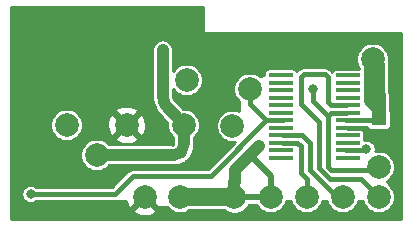
<source format=gbr>
G04 #@! TF.GenerationSoftware,KiCad,Pcbnew,5.1.5+dfsg1-2build2*
G04 #@! TF.CreationDate,2022-03-31T21:51:16+01:00*
G04 #@! TF.ProjectId,throwie,7468726f-7769-4652-9e6b-696361645f70,rev?*
G04 #@! TF.SameCoordinates,Original*
G04 #@! TF.FileFunction,Copper,L1,Top*
G04 #@! TF.FilePolarity,Positive*
%FSLAX46Y46*%
G04 Gerber Fmt 4.6, Leading zero omitted, Abs format (unit mm)*
G04 Created by KiCad (PCBNEW 5.1.5+dfsg1-2build2) date 2022-03-31 21:51:16*
%MOMM*%
%LPD*%
G04 APERTURE LIST*
%ADD10C,1.000000*%
%ADD11R,2.000000X0.400000*%
%ADD12C,2.000000*%
%ADD13R,1.300000X1.100000*%
%ADD14C,0.800000*%
%ADD15C,0.250000*%
%ADD16C,0.500000*%
%ADD17C,0.750000*%
%ADD18C,0.400000*%
%ADD19C,1.500000*%
%ADD20C,0.254000*%
G04 APERTURE END LIST*
D10*
X35560000Y-156718000D02*
G75*
G02X34798000Y-157480000I-762000J0D01*
G01*
X34374421Y-153664684D02*
X35560000Y-154940000D01*
X33782000Y-148590000D02*
X33782000Y-152400000D01*
X34374421Y-153664684D02*
G75*
G02X33782000Y-152400000I1053694J1264684D01*
G01*
D11*
X43776000Y-157734000D03*
X43776000Y-157099000D03*
X43776000Y-156464000D03*
X43776000Y-155829000D03*
X43776000Y-155194000D03*
X43776000Y-154559000D03*
X43776000Y-153924000D03*
X43776000Y-153289000D03*
X43776000Y-152654000D03*
X43776000Y-152019000D03*
X43776000Y-151384000D03*
X43776000Y-150734000D03*
X49476000Y-150749000D03*
X49476000Y-151384000D03*
X49476000Y-152019000D03*
X49476000Y-152654000D03*
X49476000Y-153289000D03*
X49476000Y-153924000D03*
X49476000Y-154559000D03*
X49476000Y-155194000D03*
X49476000Y-155829000D03*
X49476000Y-156464000D03*
X49476000Y-157099000D03*
X49476000Y-157734000D03*
D12*
X41148000Y-149352000D03*
X22606000Y-158496000D03*
X51562000Y-149352000D03*
X42926000Y-161036000D03*
X41148000Y-151892000D03*
X25654000Y-154940000D03*
X28194000Y-157480000D03*
X30734000Y-154940000D03*
X52070000Y-161036000D03*
X52070000Y-158496000D03*
X49022000Y-161036000D03*
X45974000Y-161036000D03*
X35814000Y-151130000D03*
X39703087Y-155019087D03*
X35560000Y-154940000D03*
X39861823Y-161083640D03*
X32258000Y-161036000D03*
X35258000Y-161036000D03*
D13*
X52070000Y-155956000D03*
X52070000Y-154456000D03*
D14*
X23622000Y-146558000D03*
X24638000Y-146558000D03*
X25654000Y-146558000D03*
X26670000Y-146558000D03*
X28194000Y-154940000D03*
X22606000Y-146558000D03*
X53340000Y-156996058D03*
X36576000Y-153162000D03*
X38608000Y-153162000D03*
X37592000Y-153162000D03*
X37592000Y-156718000D03*
X38608000Y-156718000D03*
X35814000Y-147574000D03*
X35814000Y-148590000D03*
X24384000Y-151384000D03*
X24384000Y-152400000D03*
X21844000Y-162560000D03*
X53340000Y-155956000D03*
X22860000Y-162560000D03*
X23876000Y-162560000D03*
X41148000Y-147574000D03*
X42164000Y-147574000D03*
X43180000Y-147574000D03*
X44196000Y-147574000D03*
X45212000Y-147574000D03*
X46228000Y-147574000D03*
X47244000Y-147574000D03*
X48260000Y-147574000D03*
X49276000Y-147574000D03*
X50292000Y-147574000D03*
X51308000Y-147574000D03*
X52324000Y-147574000D03*
X53340000Y-147574000D03*
X36576000Y-162560000D03*
X37592000Y-162560000D03*
X38608000Y-162560000D03*
X41910000Y-156718000D03*
X41148000Y-157480000D03*
X51816000Y-150876000D03*
X51816000Y-152400000D03*
X51308000Y-151638000D03*
X33782000Y-148590000D03*
X51049396Y-156977862D03*
X22606000Y-160782000D03*
X46482000Y-151892000D03*
D15*
X38608000Y-151384000D02*
X35814000Y-148590000D01*
X38608000Y-153162000D02*
X38608000Y-151384000D01*
X22606000Y-149606000D02*
X24384000Y-151384000D01*
X22606000Y-146558000D02*
X22606000Y-149606000D01*
X24384000Y-152400000D02*
X24384000Y-151384000D01*
D16*
X52070000Y-155956000D02*
X53340000Y-155956000D01*
D17*
X53340000Y-147574000D02*
X41148000Y-147574000D01*
X38608000Y-150114000D02*
X41148000Y-147574000D01*
X38608000Y-151384000D02*
X38608000Y-150114000D01*
D15*
X23005999Y-146957999D02*
X22606000Y-146558000D01*
X28194000Y-152146000D02*
X23005999Y-146957999D01*
D18*
X24638000Y-158496000D02*
X22606000Y-158496000D01*
X28194000Y-154940000D02*
X24638000Y-158496000D01*
X30988000Y-147320000D02*
X30988000Y-149606000D01*
D15*
X28194000Y-152400000D02*
X28194000Y-152146000D01*
D18*
X30988000Y-149606000D02*
X28194000Y-152400000D01*
D15*
X28194000Y-154940000D02*
X28194000Y-152400000D01*
D18*
X41148000Y-149352000D02*
X41148000Y-147574000D01*
X51781999Y-155956000D02*
X52070000Y-155956000D01*
X51019999Y-155194000D02*
X51781999Y-155956000D01*
X49476000Y-155194000D02*
X51019999Y-155194000D01*
X35099640Y-161083640D02*
X35147280Y-161036000D01*
X35147280Y-161036000D02*
X35147280Y-160940720D01*
X35147280Y-160940720D02*
X35306000Y-160782000D01*
X35306000Y-160782000D02*
X35306000Y-161036000D01*
X40386000Y-160782000D02*
X40132000Y-160782000D01*
X40132000Y-160782000D02*
X39878000Y-161036000D01*
D19*
X35258000Y-161036000D02*
X39878000Y-161036000D01*
D10*
X39861823Y-161083640D02*
X39861823Y-159782177D01*
X39861823Y-159782177D02*
X39878000Y-159766000D01*
X39878000Y-159766000D02*
X39878000Y-158750000D01*
D18*
X43180000Y-160782000D02*
X42926000Y-161036000D01*
X42926000Y-161036000D02*
X42418000Y-161036000D01*
D16*
X42878360Y-161083640D02*
X42926000Y-161036000D01*
X39861823Y-161083640D02*
X42878360Y-161083640D01*
X42926000Y-159258000D02*
X41148000Y-157480000D01*
X42926000Y-161036000D02*
X42926000Y-159258000D01*
D10*
X41910000Y-156718000D02*
X39878000Y-158750000D01*
D18*
X49276000Y-154559000D02*
X51943000Y-154559000D01*
X51943000Y-154559000D02*
X52070000Y-154432000D01*
D17*
X52070000Y-154178000D02*
X52070000Y-154432000D01*
X51854000Y-151892000D02*
X51816000Y-151892000D01*
X51854000Y-153962000D02*
X52070000Y-154178000D01*
X51816000Y-152908000D02*
X51816000Y-153416000D01*
X51816000Y-153416000D02*
X51854000Y-153962000D01*
X51854000Y-151892000D02*
X51816000Y-153416000D01*
X52253999Y-152291999D02*
X52253999Y-153994001D01*
X51854000Y-151892000D02*
X52253999Y-152291999D01*
X52253999Y-153994001D02*
X52070000Y-154178000D01*
D10*
X52070000Y-150114000D02*
X51816000Y-149860000D01*
X52070000Y-154456000D02*
X52070000Y-150114000D01*
X51816000Y-152146000D02*
X51308000Y-151638000D01*
X51816000Y-152400000D02*
X51816000Y-152146000D01*
X51816000Y-151130000D02*
X51308000Y-151638000D01*
X51816000Y-150876000D02*
X51816000Y-151130000D01*
X51308000Y-149606000D02*
X51562000Y-149352000D01*
X51308000Y-151638000D02*
X51308000Y-149606000D01*
X51308000Y-152908000D02*
X51816000Y-153416000D01*
X51308000Y-151638000D02*
X51308000Y-152908000D01*
X52070000Y-149860000D02*
X51562000Y-149352000D01*
X52070000Y-154456000D02*
X52070000Y-149860000D01*
X28194000Y-157480000D02*
X34544000Y-157480000D01*
X35560000Y-156464000D02*
X35560000Y-154686000D01*
D15*
X33782000Y-153162000D02*
X33782000Y-148590000D01*
X35560000Y-154940000D02*
X33782000Y-153162000D01*
X34544000Y-157480000D02*
X35560000Y-157480000D01*
X35560000Y-157480000D02*
X35560000Y-156464000D01*
D18*
X50928258Y-157099000D02*
X51049396Y-156977862D01*
X49276000Y-157099000D02*
X50928258Y-157099000D01*
X29718000Y-160782000D02*
X22606000Y-160782000D01*
X31242000Y-159258000D02*
X29718000Y-160782000D01*
X37846000Y-159258000D02*
X31242000Y-159258000D01*
X42545000Y-154559000D02*
X37846000Y-159258000D01*
X43976000Y-154559000D02*
X42545000Y-154559000D01*
X41148000Y-153162000D02*
X41148000Y-151892000D01*
X42545000Y-154559000D02*
X41148000Y-153162000D01*
X48076000Y-153924000D02*
X47822000Y-154178000D01*
X49276000Y-153924000D02*
X48076000Y-153924000D01*
X51816000Y-158750000D02*
X52070000Y-158496000D01*
X47752000Y-154178000D02*
X47752000Y-158496000D01*
X47752000Y-158496000D02*
X48006000Y-158750000D01*
X46482000Y-152908000D02*
X47752000Y-154178000D01*
X48006000Y-158750000D02*
X51816000Y-158750000D01*
X46482000Y-151892000D02*
X46482000Y-152908000D01*
X45974000Y-159512000D02*
X45974000Y-161036000D01*
X45466000Y-156754000D02*
X45466000Y-159004000D01*
X45176000Y-156464000D02*
X45466000Y-156754000D01*
X45466000Y-159004000D02*
X45974000Y-159512000D01*
X43976000Y-156464000D02*
X45176000Y-156464000D01*
X48514000Y-161036000D02*
X49022000Y-161036000D01*
X46228000Y-158750000D02*
X48514000Y-161036000D01*
X46228000Y-156464000D02*
X46228000Y-158750000D01*
X45593000Y-155829000D02*
X46228000Y-156464000D01*
X43976000Y-155829000D02*
X45593000Y-155829000D01*
X47752000Y-152965000D02*
X48076000Y-153289000D01*
X45466000Y-150876000D02*
X45720000Y-150622000D01*
X45466000Y-153162000D02*
X45466000Y-150876000D01*
X45720000Y-150622000D02*
X47498000Y-150622000D01*
X46990000Y-154686000D02*
X45466000Y-153162000D01*
X48076000Y-153289000D02*
X49276000Y-153289000D01*
X46990000Y-158582542D02*
X46990000Y-154686000D01*
X47752000Y-150876000D02*
X47752000Y-152965000D01*
X47498000Y-150622000D02*
X47752000Y-150876000D01*
X47919458Y-159512000D02*
X46990000Y-158582542D01*
X50546000Y-159512000D02*
X47919458Y-159512000D01*
X52070000Y-161036000D02*
X50546000Y-159512000D01*
D20*
G36*
X37211000Y-147066000D02*
G01*
X37213440Y-147090776D01*
X37220667Y-147114601D01*
X37232403Y-147136557D01*
X37248197Y-147155803D01*
X37267443Y-147171597D01*
X37289399Y-147183333D01*
X37313224Y-147190560D01*
X37338000Y-147193000D01*
X53950000Y-147193000D01*
X53950001Y-162916000D01*
X20980000Y-162916000D01*
X20980000Y-160705078D01*
X21825000Y-160705078D01*
X21825000Y-160858922D01*
X21855013Y-161009809D01*
X21913887Y-161151942D01*
X21999358Y-161279859D01*
X22108141Y-161388642D01*
X22236058Y-161474113D01*
X22378191Y-161532987D01*
X22529078Y-161563000D01*
X22682922Y-161563000D01*
X22833809Y-161532987D01*
X22975942Y-161474113D01*
X23103859Y-161388642D01*
X23129501Y-161363000D01*
X29689460Y-161363000D01*
X29718000Y-161365811D01*
X29746540Y-161363000D01*
X29831896Y-161354593D01*
X29858845Y-161346418D01*
X29866403Y-161360557D01*
X29882197Y-161379803D01*
X29901443Y-161395597D01*
X29923399Y-161407333D01*
X29947224Y-161414560D01*
X29972000Y-161417000D01*
X30659946Y-161417000D01*
X30660039Y-161417675D01*
X30765205Y-161722088D01*
X30858186Y-161896044D01*
X31122587Y-161991808D01*
X31697395Y-161417000D01*
X32056605Y-161417000D01*
X31302192Y-162171413D01*
X31397956Y-162435814D01*
X31687571Y-162576704D01*
X31999108Y-162658384D01*
X32320595Y-162677718D01*
X32639675Y-162633961D01*
X32944088Y-162528795D01*
X33118044Y-162435814D01*
X33213808Y-162171413D01*
X32459395Y-161417000D01*
X32818605Y-161417000D01*
X33393413Y-161991808D01*
X33577868Y-161925000D01*
X34193971Y-161925000D01*
X34377664Y-162108693D01*
X34603851Y-162259826D01*
X34855177Y-162363929D01*
X35121983Y-162417000D01*
X35394017Y-162417000D01*
X35660823Y-162363929D01*
X35912149Y-162259826D01*
X36051073Y-162167000D01*
X38997451Y-162167000D01*
X39207674Y-162307466D01*
X39459000Y-162411569D01*
X39725806Y-162464640D01*
X39997840Y-162464640D01*
X40264646Y-162411569D01*
X40515972Y-162307466D01*
X40742159Y-162156333D01*
X40934516Y-161963976D01*
X41085649Y-161737789D01*
X41095238Y-161714640D01*
X41718538Y-161714640D01*
X41853307Y-161916336D01*
X42045664Y-162108693D01*
X42271851Y-162259826D01*
X42523177Y-162363929D01*
X42789983Y-162417000D01*
X43062017Y-162417000D01*
X43328823Y-162363929D01*
X43580149Y-162259826D01*
X43806336Y-162108693D01*
X43998693Y-161916336D01*
X44149826Y-161690149D01*
X44253929Y-161438823D01*
X44258270Y-161417000D01*
X44641730Y-161417000D01*
X44646071Y-161438823D01*
X44750174Y-161690149D01*
X44901307Y-161916336D01*
X45093664Y-162108693D01*
X45319851Y-162259826D01*
X45571177Y-162363929D01*
X45837983Y-162417000D01*
X46110017Y-162417000D01*
X46376823Y-162363929D01*
X46628149Y-162259826D01*
X46854336Y-162108693D01*
X47046693Y-161916336D01*
X47197826Y-161690149D01*
X47301929Y-161438823D01*
X47306270Y-161417000D01*
X47689730Y-161417000D01*
X47694071Y-161438823D01*
X47798174Y-161690149D01*
X47949307Y-161916336D01*
X48141664Y-162108693D01*
X48367851Y-162259826D01*
X48619177Y-162363929D01*
X48885983Y-162417000D01*
X49158017Y-162417000D01*
X49424823Y-162363929D01*
X49676149Y-162259826D01*
X49902336Y-162108693D01*
X50094693Y-161916336D01*
X50245826Y-161690149D01*
X50349929Y-161438823D01*
X50354270Y-161417000D01*
X50737730Y-161417000D01*
X50742071Y-161438823D01*
X50846174Y-161690149D01*
X50997307Y-161916336D01*
X51189664Y-162108693D01*
X51415851Y-162259826D01*
X51667177Y-162363929D01*
X51933983Y-162417000D01*
X52206017Y-162417000D01*
X52472823Y-162363929D01*
X52724149Y-162259826D01*
X52950336Y-162108693D01*
X53142693Y-161916336D01*
X53293826Y-161690149D01*
X53397929Y-161438823D01*
X53451000Y-161172017D01*
X53451000Y-160899983D01*
X53397929Y-160633177D01*
X53293826Y-160381851D01*
X53142693Y-160155664D01*
X52950336Y-159963307D01*
X52831709Y-159884043D01*
X52811476Y-159661476D01*
X52950336Y-159568693D01*
X53142693Y-159376336D01*
X53293826Y-159150149D01*
X53397929Y-158898823D01*
X53451000Y-158632017D01*
X53451000Y-158359983D01*
X53397929Y-158093177D01*
X53293826Y-157841851D01*
X53142693Y-157615664D01*
X52950336Y-157423307D01*
X52724149Y-157272174D01*
X52472823Y-157168071D01*
X52206017Y-157115000D01*
X51933983Y-157115000D01*
X51813658Y-157138934D01*
X51830396Y-157054784D01*
X51830396Y-156900940D01*
X51800383Y-156750053D01*
X51741509Y-156607920D01*
X51656038Y-156480003D01*
X51547255Y-156371220D01*
X51419338Y-156285749D01*
X51277205Y-156226875D01*
X51126318Y-156196862D01*
X50972474Y-156196862D01*
X50854541Y-156220320D01*
X50851487Y-156189311D01*
X50838500Y-156146500D01*
X50851487Y-156103689D01*
X50858843Y-156029000D01*
X50858843Y-155629000D01*
X50851487Y-155554311D01*
X50829701Y-155482492D01*
X50794322Y-155416304D01*
X50746711Y-155358289D01*
X50688696Y-155310678D01*
X50622508Y-155275299D01*
X50550689Y-155253513D01*
X50476000Y-155246157D01*
X50419000Y-155246157D01*
X50419000Y-155141843D01*
X50476000Y-155141843D01*
X50494713Y-155140000D01*
X51062505Y-155140000D01*
X51066299Y-155152508D01*
X51101678Y-155218696D01*
X51149289Y-155276711D01*
X51207304Y-155324322D01*
X51273492Y-155359701D01*
X51345311Y-155381487D01*
X51420000Y-155388843D01*
X52720000Y-155388843D01*
X52794689Y-155381487D01*
X52866508Y-155359701D01*
X52932696Y-155324322D01*
X52990711Y-155276711D01*
X53038322Y-155218696D01*
X53073701Y-155152508D01*
X53095487Y-155080689D01*
X53102843Y-155006000D01*
X53102843Y-153906000D01*
X53095487Y-153831311D01*
X53073701Y-153759492D01*
X53038322Y-153693304D01*
X53009999Y-153658792D01*
X53009999Y-152329127D01*
X53013656Y-152291998D01*
X52999059Y-152143797D01*
X52996596Y-152135678D01*
X52955831Y-152001291D01*
X52951000Y-151992253D01*
X52951000Y-150157269D01*
X52955262Y-150113999D01*
X52951000Y-150070727D01*
X52951000Y-149903262D01*
X52955261Y-149859999D01*
X52951000Y-149816736D01*
X52951000Y-149816727D01*
X52938252Y-149687294D01*
X52917179Y-149617827D01*
X52943000Y-149488017D01*
X52943000Y-149215983D01*
X52889929Y-148949177D01*
X52785826Y-148697851D01*
X52634693Y-148471664D01*
X52442336Y-148279307D01*
X52216149Y-148128174D01*
X51964823Y-148024071D01*
X51698017Y-147971000D01*
X51425983Y-147971000D01*
X51159177Y-148024071D01*
X50907851Y-148128174D01*
X50681664Y-148279307D01*
X50489307Y-148471664D01*
X50338174Y-148697851D01*
X50234071Y-148949177D01*
X50181000Y-149215983D01*
X50181000Y-149488017D01*
X50234071Y-149754823D01*
X50338174Y-150006149D01*
X50427001Y-150139088D01*
X50427001Y-150166157D01*
X48476000Y-150166157D01*
X48401311Y-150173513D01*
X48329492Y-150195299D01*
X48263304Y-150230678D01*
X48205289Y-150278289D01*
X48157678Y-150336304D01*
X48122299Y-150402492D01*
X48117144Y-150419487D01*
X47929017Y-150231360D01*
X47910817Y-150209183D01*
X47822348Y-150136579D01*
X47721415Y-150082629D01*
X47611896Y-150049407D01*
X47526540Y-150041000D01*
X47498000Y-150038189D01*
X47469460Y-150041000D01*
X45748536Y-150041000D01*
X45719999Y-150038189D01*
X45691462Y-150041000D01*
X45691460Y-150041000D01*
X45606104Y-150049407D01*
X45496585Y-150082629D01*
X45395652Y-150136579D01*
X45307183Y-150209183D01*
X45288983Y-150231360D01*
X45130434Y-150389909D01*
X45129701Y-150387492D01*
X45094322Y-150321304D01*
X45046711Y-150263289D01*
X44988696Y-150215678D01*
X44922508Y-150180299D01*
X44850689Y-150158513D01*
X44776000Y-150151157D01*
X42776000Y-150151157D01*
X42701311Y-150158513D01*
X42629492Y-150180299D01*
X42563304Y-150215678D01*
X42505289Y-150263289D01*
X42457678Y-150321304D01*
X42422299Y-150387492D01*
X42400513Y-150459311D01*
X42393157Y-150534000D01*
X42393157Y-150717320D01*
X42023307Y-150815947D01*
X41802149Y-150668174D01*
X41550823Y-150564071D01*
X41284017Y-150511000D01*
X41011983Y-150511000D01*
X40745177Y-150564071D01*
X40493851Y-150668174D01*
X40267664Y-150819307D01*
X40075307Y-151011664D01*
X39924174Y-151237851D01*
X39820071Y-151489177D01*
X39767000Y-151755983D01*
X39767000Y-152028017D01*
X39820071Y-152294823D01*
X39924174Y-152546149D01*
X40075307Y-152772336D01*
X40259000Y-152956029D01*
X40259000Y-153754570D01*
X40105910Y-153691158D01*
X39839104Y-153638087D01*
X39567070Y-153638087D01*
X39300264Y-153691158D01*
X39048938Y-153795261D01*
X38822751Y-153946394D01*
X38630394Y-154138751D01*
X38479261Y-154364938D01*
X38375158Y-154616264D01*
X38322087Y-154883070D01*
X38322087Y-155155104D01*
X38375158Y-155421910D01*
X38479261Y-155673236D01*
X38630394Y-155899423D01*
X38822751Y-156091780D01*
X39048938Y-156242913D01*
X39300264Y-156347016D01*
X39567070Y-156400087D01*
X39839104Y-156400087D01*
X39892970Y-156389372D01*
X37605343Y-158677000D01*
X31270536Y-158677000D01*
X31241999Y-158674189D01*
X31213462Y-158677000D01*
X31213460Y-158677000D01*
X31128104Y-158685407D01*
X31018585Y-158718629D01*
X30917652Y-158772579D01*
X30829183Y-158845183D01*
X30810990Y-158867352D01*
X29477343Y-160201000D01*
X23129501Y-160201000D01*
X23103859Y-160175358D01*
X22975942Y-160089887D01*
X22833809Y-160031013D01*
X22682922Y-160001000D01*
X22529078Y-160001000D01*
X22378191Y-160031013D01*
X22236058Y-160089887D01*
X22108141Y-160175358D01*
X21999358Y-160284141D01*
X21913887Y-160412058D01*
X21855013Y-160554191D01*
X21825000Y-160705078D01*
X20980000Y-160705078D01*
X20980000Y-157343983D01*
X26813000Y-157343983D01*
X26813000Y-157616017D01*
X26866071Y-157882823D01*
X26970174Y-158134149D01*
X27121307Y-158360336D01*
X27313664Y-158552693D01*
X27539851Y-158703826D01*
X27791177Y-158807929D01*
X28057983Y-158861000D01*
X28330017Y-158861000D01*
X28596823Y-158807929D01*
X28848149Y-158703826D01*
X29074336Y-158552693D01*
X29266029Y-158361000D01*
X34587273Y-158361000D01*
X34686989Y-158351179D01*
X34711230Y-158356155D01*
X34746950Y-158356404D01*
X34788845Y-158360952D01*
X34801146Y-158360994D01*
X34806466Y-158360975D01*
X34844714Y-158357087D01*
X34883167Y-158357355D01*
X34895409Y-158356155D01*
X35043311Y-158340610D01*
X35121541Y-158324551D01*
X35199959Y-158309593D01*
X35211736Y-158306038D01*
X35353802Y-158262061D01*
X35427397Y-158231125D01*
X35501450Y-158201205D01*
X35512312Y-158195430D01*
X35643130Y-158124698D01*
X35709342Y-158080037D01*
X35776145Y-158036322D01*
X35785678Y-158028548D01*
X35900266Y-157933751D01*
X35956534Y-157877088D01*
X36013578Y-157821226D01*
X36021420Y-157811748D01*
X36115412Y-157696502D01*
X36159585Y-157630015D01*
X36204711Y-157564111D01*
X36210562Y-157553290D01*
X36280380Y-157421982D01*
X36310815Y-157348141D01*
X36342264Y-157274766D01*
X36345902Y-157263014D01*
X36388886Y-157120646D01*
X36404390Y-157042342D01*
X36420998Y-156964210D01*
X36422283Y-156951976D01*
X36436795Y-156803969D01*
X36436795Y-156632028D01*
X36431398Y-156604769D01*
X36441000Y-156507273D01*
X36441000Y-156012029D01*
X36632693Y-155820336D01*
X36783826Y-155594149D01*
X36887929Y-155342823D01*
X36941000Y-155076017D01*
X36941000Y-154803983D01*
X36887929Y-154537177D01*
X36783826Y-154285851D01*
X36632693Y-154059664D01*
X36440336Y-153867307D01*
X36214149Y-153716174D01*
X35962823Y-153612071D01*
X35696017Y-153559000D01*
X35479060Y-153559000D01*
X34990206Y-153033145D01*
X34980471Y-153024543D01*
X34836791Y-152878843D01*
X34755045Y-152754868D01*
X34698937Y-152617380D01*
X34666316Y-152449560D01*
X34663000Y-152379242D01*
X34663000Y-151893141D01*
X34741307Y-152010336D01*
X34933664Y-152202693D01*
X35159851Y-152353826D01*
X35411177Y-152457929D01*
X35677983Y-152511000D01*
X35950017Y-152511000D01*
X36216823Y-152457929D01*
X36468149Y-152353826D01*
X36694336Y-152202693D01*
X36886693Y-152010336D01*
X37037826Y-151784149D01*
X37141929Y-151532823D01*
X37195000Y-151266017D01*
X37195000Y-150993983D01*
X37141929Y-150727177D01*
X37037826Y-150475851D01*
X36886693Y-150249664D01*
X36694336Y-150057307D01*
X36468149Y-149906174D01*
X36216823Y-149802071D01*
X35950017Y-149749000D01*
X35677983Y-149749000D01*
X35411177Y-149802071D01*
X35159851Y-149906174D01*
X34933664Y-150057307D01*
X34741307Y-150249664D01*
X34663000Y-150366859D01*
X34663000Y-148546727D01*
X34650252Y-148417294D01*
X34599875Y-148251225D01*
X34518068Y-148098175D01*
X34407975Y-147964025D01*
X34273824Y-147853932D01*
X34120774Y-147772125D01*
X33954705Y-147721748D01*
X33782000Y-147704738D01*
X33609294Y-147721748D01*
X33443225Y-147772125D01*
X33290175Y-147853932D01*
X33156025Y-147964025D01*
X33045932Y-148098176D01*
X32964125Y-148251226D01*
X32913748Y-148417295D01*
X32901000Y-148546728D01*
X32901001Y-152443273D01*
X32903036Y-152463935D01*
X32909283Y-152596411D01*
X32917605Y-152653461D01*
X32922229Y-152710924D01*
X32924491Y-152723016D01*
X32985791Y-153038378D01*
X33008603Y-153114899D01*
X33030346Y-153191735D01*
X33034914Y-153203157D01*
X33156302Y-153500607D01*
X33193529Y-153571214D01*
X33229792Y-153642383D01*
X33236491Y-153652699D01*
X33413341Y-153920907D01*
X33463568Y-153982932D01*
X33512973Y-154045714D01*
X33521549Y-154054533D01*
X33738024Y-154274050D01*
X34188107Y-154758200D01*
X34179000Y-154803983D01*
X34179000Y-155076017D01*
X34232071Y-155342823D01*
X34336174Y-155594149D01*
X34487307Y-155820336D01*
X34679000Y-156012029D01*
X34679000Y-156507272D01*
X34688312Y-156601820D01*
X34686827Y-156608805D01*
X34587273Y-156599000D01*
X29266029Y-156599000D01*
X29074336Y-156407307D01*
X28848149Y-156256174D01*
X28596823Y-156152071D01*
X28330017Y-156099000D01*
X28057983Y-156099000D01*
X27791177Y-156152071D01*
X27539851Y-156256174D01*
X27313664Y-156407307D01*
X27121307Y-156599664D01*
X26970174Y-156825851D01*
X26866071Y-157077177D01*
X26813000Y-157343983D01*
X20980000Y-157343983D01*
X20980000Y-154803983D01*
X24273000Y-154803983D01*
X24273000Y-155076017D01*
X24326071Y-155342823D01*
X24430174Y-155594149D01*
X24581307Y-155820336D01*
X24773664Y-156012693D01*
X24999851Y-156163826D01*
X25251177Y-156267929D01*
X25517983Y-156321000D01*
X25790017Y-156321000D01*
X26056823Y-156267929D01*
X26308149Y-156163826D01*
X26440468Y-156075413D01*
X29778192Y-156075413D01*
X29873956Y-156339814D01*
X30163571Y-156480704D01*
X30475108Y-156562384D01*
X30796595Y-156581718D01*
X31115675Y-156537961D01*
X31420088Y-156432795D01*
X31594044Y-156339814D01*
X31689808Y-156075413D01*
X30734000Y-155119605D01*
X29778192Y-156075413D01*
X26440468Y-156075413D01*
X26534336Y-156012693D01*
X26726693Y-155820336D01*
X26877826Y-155594149D01*
X26981929Y-155342823D01*
X27035000Y-155076017D01*
X27035000Y-155002595D01*
X29092282Y-155002595D01*
X29136039Y-155321675D01*
X29241205Y-155626088D01*
X29334186Y-155800044D01*
X29598587Y-155895808D01*
X30554395Y-154940000D01*
X30913605Y-154940000D01*
X31869413Y-155895808D01*
X32133814Y-155800044D01*
X32274704Y-155510429D01*
X32356384Y-155198892D01*
X32375718Y-154877405D01*
X32331961Y-154558325D01*
X32226795Y-154253912D01*
X32133814Y-154079956D01*
X31869413Y-153984192D01*
X30913605Y-154940000D01*
X30554395Y-154940000D01*
X29598587Y-153984192D01*
X29334186Y-154079956D01*
X29193296Y-154369571D01*
X29111616Y-154681108D01*
X29092282Y-155002595D01*
X27035000Y-155002595D01*
X27035000Y-154803983D01*
X26981929Y-154537177D01*
X26877826Y-154285851D01*
X26726693Y-154059664D01*
X26534336Y-153867307D01*
X26440469Y-153804587D01*
X29778192Y-153804587D01*
X30734000Y-154760395D01*
X31689808Y-153804587D01*
X31594044Y-153540186D01*
X31304429Y-153399296D01*
X30992892Y-153317616D01*
X30671405Y-153298282D01*
X30352325Y-153342039D01*
X30047912Y-153447205D01*
X29873956Y-153540186D01*
X29778192Y-153804587D01*
X26440469Y-153804587D01*
X26308149Y-153716174D01*
X26056823Y-153612071D01*
X25790017Y-153559000D01*
X25517983Y-153559000D01*
X25251177Y-153612071D01*
X24999851Y-153716174D01*
X24773664Y-153867307D01*
X24581307Y-154059664D01*
X24430174Y-154285851D01*
X24326071Y-154537177D01*
X24273000Y-154803983D01*
X20980000Y-154803983D01*
X20980000Y-144932000D01*
X37211000Y-144932000D01*
X37211000Y-147066000D01*
G37*
X37211000Y-147066000D02*
X37213440Y-147090776D01*
X37220667Y-147114601D01*
X37232403Y-147136557D01*
X37248197Y-147155803D01*
X37267443Y-147171597D01*
X37289399Y-147183333D01*
X37313224Y-147190560D01*
X37338000Y-147193000D01*
X53950000Y-147193000D01*
X53950001Y-162916000D01*
X20980000Y-162916000D01*
X20980000Y-160705078D01*
X21825000Y-160705078D01*
X21825000Y-160858922D01*
X21855013Y-161009809D01*
X21913887Y-161151942D01*
X21999358Y-161279859D01*
X22108141Y-161388642D01*
X22236058Y-161474113D01*
X22378191Y-161532987D01*
X22529078Y-161563000D01*
X22682922Y-161563000D01*
X22833809Y-161532987D01*
X22975942Y-161474113D01*
X23103859Y-161388642D01*
X23129501Y-161363000D01*
X29689460Y-161363000D01*
X29718000Y-161365811D01*
X29746540Y-161363000D01*
X29831896Y-161354593D01*
X29858845Y-161346418D01*
X29866403Y-161360557D01*
X29882197Y-161379803D01*
X29901443Y-161395597D01*
X29923399Y-161407333D01*
X29947224Y-161414560D01*
X29972000Y-161417000D01*
X30659946Y-161417000D01*
X30660039Y-161417675D01*
X30765205Y-161722088D01*
X30858186Y-161896044D01*
X31122587Y-161991808D01*
X31697395Y-161417000D01*
X32056605Y-161417000D01*
X31302192Y-162171413D01*
X31397956Y-162435814D01*
X31687571Y-162576704D01*
X31999108Y-162658384D01*
X32320595Y-162677718D01*
X32639675Y-162633961D01*
X32944088Y-162528795D01*
X33118044Y-162435814D01*
X33213808Y-162171413D01*
X32459395Y-161417000D01*
X32818605Y-161417000D01*
X33393413Y-161991808D01*
X33577868Y-161925000D01*
X34193971Y-161925000D01*
X34377664Y-162108693D01*
X34603851Y-162259826D01*
X34855177Y-162363929D01*
X35121983Y-162417000D01*
X35394017Y-162417000D01*
X35660823Y-162363929D01*
X35912149Y-162259826D01*
X36051073Y-162167000D01*
X38997451Y-162167000D01*
X39207674Y-162307466D01*
X39459000Y-162411569D01*
X39725806Y-162464640D01*
X39997840Y-162464640D01*
X40264646Y-162411569D01*
X40515972Y-162307466D01*
X40742159Y-162156333D01*
X40934516Y-161963976D01*
X41085649Y-161737789D01*
X41095238Y-161714640D01*
X41718538Y-161714640D01*
X41853307Y-161916336D01*
X42045664Y-162108693D01*
X42271851Y-162259826D01*
X42523177Y-162363929D01*
X42789983Y-162417000D01*
X43062017Y-162417000D01*
X43328823Y-162363929D01*
X43580149Y-162259826D01*
X43806336Y-162108693D01*
X43998693Y-161916336D01*
X44149826Y-161690149D01*
X44253929Y-161438823D01*
X44258270Y-161417000D01*
X44641730Y-161417000D01*
X44646071Y-161438823D01*
X44750174Y-161690149D01*
X44901307Y-161916336D01*
X45093664Y-162108693D01*
X45319851Y-162259826D01*
X45571177Y-162363929D01*
X45837983Y-162417000D01*
X46110017Y-162417000D01*
X46376823Y-162363929D01*
X46628149Y-162259826D01*
X46854336Y-162108693D01*
X47046693Y-161916336D01*
X47197826Y-161690149D01*
X47301929Y-161438823D01*
X47306270Y-161417000D01*
X47689730Y-161417000D01*
X47694071Y-161438823D01*
X47798174Y-161690149D01*
X47949307Y-161916336D01*
X48141664Y-162108693D01*
X48367851Y-162259826D01*
X48619177Y-162363929D01*
X48885983Y-162417000D01*
X49158017Y-162417000D01*
X49424823Y-162363929D01*
X49676149Y-162259826D01*
X49902336Y-162108693D01*
X50094693Y-161916336D01*
X50245826Y-161690149D01*
X50349929Y-161438823D01*
X50354270Y-161417000D01*
X50737730Y-161417000D01*
X50742071Y-161438823D01*
X50846174Y-161690149D01*
X50997307Y-161916336D01*
X51189664Y-162108693D01*
X51415851Y-162259826D01*
X51667177Y-162363929D01*
X51933983Y-162417000D01*
X52206017Y-162417000D01*
X52472823Y-162363929D01*
X52724149Y-162259826D01*
X52950336Y-162108693D01*
X53142693Y-161916336D01*
X53293826Y-161690149D01*
X53397929Y-161438823D01*
X53451000Y-161172017D01*
X53451000Y-160899983D01*
X53397929Y-160633177D01*
X53293826Y-160381851D01*
X53142693Y-160155664D01*
X52950336Y-159963307D01*
X52831709Y-159884043D01*
X52811476Y-159661476D01*
X52950336Y-159568693D01*
X53142693Y-159376336D01*
X53293826Y-159150149D01*
X53397929Y-158898823D01*
X53451000Y-158632017D01*
X53451000Y-158359983D01*
X53397929Y-158093177D01*
X53293826Y-157841851D01*
X53142693Y-157615664D01*
X52950336Y-157423307D01*
X52724149Y-157272174D01*
X52472823Y-157168071D01*
X52206017Y-157115000D01*
X51933983Y-157115000D01*
X51813658Y-157138934D01*
X51830396Y-157054784D01*
X51830396Y-156900940D01*
X51800383Y-156750053D01*
X51741509Y-156607920D01*
X51656038Y-156480003D01*
X51547255Y-156371220D01*
X51419338Y-156285749D01*
X51277205Y-156226875D01*
X51126318Y-156196862D01*
X50972474Y-156196862D01*
X50854541Y-156220320D01*
X50851487Y-156189311D01*
X50838500Y-156146500D01*
X50851487Y-156103689D01*
X50858843Y-156029000D01*
X50858843Y-155629000D01*
X50851487Y-155554311D01*
X50829701Y-155482492D01*
X50794322Y-155416304D01*
X50746711Y-155358289D01*
X50688696Y-155310678D01*
X50622508Y-155275299D01*
X50550689Y-155253513D01*
X50476000Y-155246157D01*
X50419000Y-155246157D01*
X50419000Y-155141843D01*
X50476000Y-155141843D01*
X50494713Y-155140000D01*
X51062505Y-155140000D01*
X51066299Y-155152508D01*
X51101678Y-155218696D01*
X51149289Y-155276711D01*
X51207304Y-155324322D01*
X51273492Y-155359701D01*
X51345311Y-155381487D01*
X51420000Y-155388843D01*
X52720000Y-155388843D01*
X52794689Y-155381487D01*
X52866508Y-155359701D01*
X52932696Y-155324322D01*
X52990711Y-155276711D01*
X53038322Y-155218696D01*
X53073701Y-155152508D01*
X53095487Y-155080689D01*
X53102843Y-155006000D01*
X53102843Y-153906000D01*
X53095487Y-153831311D01*
X53073701Y-153759492D01*
X53038322Y-153693304D01*
X53009999Y-153658792D01*
X53009999Y-152329127D01*
X53013656Y-152291998D01*
X52999059Y-152143797D01*
X52996596Y-152135678D01*
X52955831Y-152001291D01*
X52951000Y-151992253D01*
X52951000Y-150157269D01*
X52955262Y-150113999D01*
X52951000Y-150070727D01*
X52951000Y-149903262D01*
X52955261Y-149859999D01*
X52951000Y-149816736D01*
X52951000Y-149816727D01*
X52938252Y-149687294D01*
X52917179Y-149617827D01*
X52943000Y-149488017D01*
X52943000Y-149215983D01*
X52889929Y-148949177D01*
X52785826Y-148697851D01*
X52634693Y-148471664D01*
X52442336Y-148279307D01*
X52216149Y-148128174D01*
X51964823Y-148024071D01*
X51698017Y-147971000D01*
X51425983Y-147971000D01*
X51159177Y-148024071D01*
X50907851Y-148128174D01*
X50681664Y-148279307D01*
X50489307Y-148471664D01*
X50338174Y-148697851D01*
X50234071Y-148949177D01*
X50181000Y-149215983D01*
X50181000Y-149488017D01*
X50234071Y-149754823D01*
X50338174Y-150006149D01*
X50427001Y-150139088D01*
X50427001Y-150166157D01*
X48476000Y-150166157D01*
X48401311Y-150173513D01*
X48329492Y-150195299D01*
X48263304Y-150230678D01*
X48205289Y-150278289D01*
X48157678Y-150336304D01*
X48122299Y-150402492D01*
X48117144Y-150419487D01*
X47929017Y-150231360D01*
X47910817Y-150209183D01*
X47822348Y-150136579D01*
X47721415Y-150082629D01*
X47611896Y-150049407D01*
X47526540Y-150041000D01*
X47498000Y-150038189D01*
X47469460Y-150041000D01*
X45748536Y-150041000D01*
X45719999Y-150038189D01*
X45691462Y-150041000D01*
X45691460Y-150041000D01*
X45606104Y-150049407D01*
X45496585Y-150082629D01*
X45395652Y-150136579D01*
X45307183Y-150209183D01*
X45288983Y-150231360D01*
X45130434Y-150389909D01*
X45129701Y-150387492D01*
X45094322Y-150321304D01*
X45046711Y-150263289D01*
X44988696Y-150215678D01*
X44922508Y-150180299D01*
X44850689Y-150158513D01*
X44776000Y-150151157D01*
X42776000Y-150151157D01*
X42701311Y-150158513D01*
X42629492Y-150180299D01*
X42563304Y-150215678D01*
X42505289Y-150263289D01*
X42457678Y-150321304D01*
X42422299Y-150387492D01*
X42400513Y-150459311D01*
X42393157Y-150534000D01*
X42393157Y-150717320D01*
X42023307Y-150815947D01*
X41802149Y-150668174D01*
X41550823Y-150564071D01*
X41284017Y-150511000D01*
X41011983Y-150511000D01*
X40745177Y-150564071D01*
X40493851Y-150668174D01*
X40267664Y-150819307D01*
X40075307Y-151011664D01*
X39924174Y-151237851D01*
X39820071Y-151489177D01*
X39767000Y-151755983D01*
X39767000Y-152028017D01*
X39820071Y-152294823D01*
X39924174Y-152546149D01*
X40075307Y-152772336D01*
X40259000Y-152956029D01*
X40259000Y-153754570D01*
X40105910Y-153691158D01*
X39839104Y-153638087D01*
X39567070Y-153638087D01*
X39300264Y-153691158D01*
X39048938Y-153795261D01*
X38822751Y-153946394D01*
X38630394Y-154138751D01*
X38479261Y-154364938D01*
X38375158Y-154616264D01*
X38322087Y-154883070D01*
X38322087Y-155155104D01*
X38375158Y-155421910D01*
X38479261Y-155673236D01*
X38630394Y-155899423D01*
X38822751Y-156091780D01*
X39048938Y-156242913D01*
X39300264Y-156347016D01*
X39567070Y-156400087D01*
X39839104Y-156400087D01*
X39892970Y-156389372D01*
X37605343Y-158677000D01*
X31270536Y-158677000D01*
X31241999Y-158674189D01*
X31213462Y-158677000D01*
X31213460Y-158677000D01*
X31128104Y-158685407D01*
X31018585Y-158718629D01*
X30917652Y-158772579D01*
X30829183Y-158845183D01*
X30810990Y-158867352D01*
X29477343Y-160201000D01*
X23129501Y-160201000D01*
X23103859Y-160175358D01*
X22975942Y-160089887D01*
X22833809Y-160031013D01*
X22682922Y-160001000D01*
X22529078Y-160001000D01*
X22378191Y-160031013D01*
X22236058Y-160089887D01*
X22108141Y-160175358D01*
X21999358Y-160284141D01*
X21913887Y-160412058D01*
X21855013Y-160554191D01*
X21825000Y-160705078D01*
X20980000Y-160705078D01*
X20980000Y-157343983D01*
X26813000Y-157343983D01*
X26813000Y-157616017D01*
X26866071Y-157882823D01*
X26970174Y-158134149D01*
X27121307Y-158360336D01*
X27313664Y-158552693D01*
X27539851Y-158703826D01*
X27791177Y-158807929D01*
X28057983Y-158861000D01*
X28330017Y-158861000D01*
X28596823Y-158807929D01*
X28848149Y-158703826D01*
X29074336Y-158552693D01*
X29266029Y-158361000D01*
X34587273Y-158361000D01*
X34686989Y-158351179D01*
X34711230Y-158356155D01*
X34746950Y-158356404D01*
X34788845Y-158360952D01*
X34801146Y-158360994D01*
X34806466Y-158360975D01*
X34844714Y-158357087D01*
X34883167Y-158357355D01*
X34895409Y-158356155D01*
X35043311Y-158340610D01*
X35121541Y-158324551D01*
X35199959Y-158309593D01*
X35211736Y-158306038D01*
X35353802Y-158262061D01*
X35427397Y-158231125D01*
X35501450Y-158201205D01*
X35512312Y-158195430D01*
X35643130Y-158124698D01*
X35709342Y-158080037D01*
X35776145Y-158036322D01*
X35785678Y-158028548D01*
X35900266Y-157933751D01*
X35956534Y-157877088D01*
X36013578Y-157821226D01*
X36021420Y-157811748D01*
X36115412Y-157696502D01*
X36159585Y-157630015D01*
X36204711Y-157564111D01*
X36210562Y-157553290D01*
X36280380Y-157421982D01*
X36310815Y-157348141D01*
X36342264Y-157274766D01*
X36345902Y-157263014D01*
X36388886Y-157120646D01*
X36404390Y-157042342D01*
X36420998Y-156964210D01*
X36422283Y-156951976D01*
X36436795Y-156803969D01*
X36436795Y-156632028D01*
X36431398Y-156604769D01*
X36441000Y-156507273D01*
X36441000Y-156012029D01*
X36632693Y-155820336D01*
X36783826Y-155594149D01*
X36887929Y-155342823D01*
X36941000Y-155076017D01*
X36941000Y-154803983D01*
X36887929Y-154537177D01*
X36783826Y-154285851D01*
X36632693Y-154059664D01*
X36440336Y-153867307D01*
X36214149Y-153716174D01*
X35962823Y-153612071D01*
X35696017Y-153559000D01*
X35479060Y-153559000D01*
X34990206Y-153033145D01*
X34980471Y-153024543D01*
X34836791Y-152878843D01*
X34755045Y-152754868D01*
X34698937Y-152617380D01*
X34666316Y-152449560D01*
X34663000Y-152379242D01*
X34663000Y-151893141D01*
X34741307Y-152010336D01*
X34933664Y-152202693D01*
X35159851Y-152353826D01*
X35411177Y-152457929D01*
X35677983Y-152511000D01*
X35950017Y-152511000D01*
X36216823Y-152457929D01*
X36468149Y-152353826D01*
X36694336Y-152202693D01*
X36886693Y-152010336D01*
X37037826Y-151784149D01*
X37141929Y-151532823D01*
X37195000Y-151266017D01*
X37195000Y-150993983D01*
X37141929Y-150727177D01*
X37037826Y-150475851D01*
X36886693Y-150249664D01*
X36694336Y-150057307D01*
X36468149Y-149906174D01*
X36216823Y-149802071D01*
X35950017Y-149749000D01*
X35677983Y-149749000D01*
X35411177Y-149802071D01*
X35159851Y-149906174D01*
X34933664Y-150057307D01*
X34741307Y-150249664D01*
X34663000Y-150366859D01*
X34663000Y-148546727D01*
X34650252Y-148417294D01*
X34599875Y-148251225D01*
X34518068Y-148098175D01*
X34407975Y-147964025D01*
X34273824Y-147853932D01*
X34120774Y-147772125D01*
X33954705Y-147721748D01*
X33782000Y-147704738D01*
X33609294Y-147721748D01*
X33443225Y-147772125D01*
X33290175Y-147853932D01*
X33156025Y-147964025D01*
X33045932Y-148098176D01*
X32964125Y-148251226D01*
X32913748Y-148417295D01*
X32901000Y-148546728D01*
X32901001Y-152443273D01*
X32903036Y-152463935D01*
X32909283Y-152596411D01*
X32917605Y-152653461D01*
X32922229Y-152710924D01*
X32924491Y-152723016D01*
X32985791Y-153038378D01*
X33008603Y-153114899D01*
X33030346Y-153191735D01*
X33034914Y-153203157D01*
X33156302Y-153500607D01*
X33193529Y-153571214D01*
X33229792Y-153642383D01*
X33236491Y-153652699D01*
X33413341Y-153920907D01*
X33463568Y-153982932D01*
X33512973Y-154045714D01*
X33521549Y-154054533D01*
X33738024Y-154274050D01*
X34188107Y-154758200D01*
X34179000Y-154803983D01*
X34179000Y-155076017D01*
X34232071Y-155342823D01*
X34336174Y-155594149D01*
X34487307Y-155820336D01*
X34679000Y-156012029D01*
X34679000Y-156507272D01*
X34688312Y-156601820D01*
X34686827Y-156608805D01*
X34587273Y-156599000D01*
X29266029Y-156599000D01*
X29074336Y-156407307D01*
X28848149Y-156256174D01*
X28596823Y-156152071D01*
X28330017Y-156099000D01*
X28057983Y-156099000D01*
X27791177Y-156152071D01*
X27539851Y-156256174D01*
X27313664Y-156407307D01*
X27121307Y-156599664D01*
X26970174Y-156825851D01*
X26866071Y-157077177D01*
X26813000Y-157343983D01*
X20980000Y-157343983D01*
X20980000Y-154803983D01*
X24273000Y-154803983D01*
X24273000Y-155076017D01*
X24326071Y-155342823D01*
X24430174Y-155594149D01*
X24581307Y-155820336D01*
X24773664Y-156012693D01*
X24999851Y-156163826D01*
X25251177Y-156267929D01*
X25517983Y-156321000D01*
X25790017Y-156321000D01*
X26056823Y-156267929D01*
X26308149Y-156163826D01*
X26440468Y-156075413D01*
X29778192Y-156075413D01*
X29873956Y-156339814D01*
X30163571Y-156480704D01*
X30475108Y-156562384D01*
X30796595Y-156581718D01*
X31115675Y-156537961D01*
X31420088Y-156432795D01*
X31594044Y-156339814D01*
X31689808Y-156075413D01*
X30734000Y-155119605D01*
X29778192Y-156075413D01*
X26440468Y-156075413D01*
X26534336Y-156012693D01*
X26726693Y-155820336D01*
X26877826Y-155594149D01*
X26981929Y-155342823D01*
X27035000Y-155076017D01*
X27035000Y-155002595D01*
X29092282Y-155002595D01*
X29136039Y-155321675D01*
X29241205Y-155626088D01*
X29334186Y-155800044D01*
X29598587Y-155895808D01*
X30554395Y-154940000D01*
X30913605Y-154940000D01*
X31869413Y-155895808D01*
X32133814Y-155800044D01*
X32274704Y-155510429D01*
X32356384Y-155198892D01*
X32375718Y-154877405D01*
X32331961Y-154558325D01*
X32226795Y-154253912D01*
X32133814Y-154079956D01*
X31869413Y-153984192D01*
X30913605Y-154940000D01*
X30554395Y-154940000D01*
X29598587Y-153984192D01*
X29334186Y-154079956D01*
X29193296Y-154369571D01*
X29111616Y-154681108D01*
X29092282Y-155002595D01*
X27035000Y-155002595D01*
X27035000Y-154803983D01*
X26981929Y-154537177D01*
X26877826Y-154285851D01*
X26726693Y-154059664D01*
X26534336Y-153867307D01*
X26440469Y-153804587D01*
X29778192Y-153804587D01*
X30734000Y-154760395D01*
X31689808Y-153804587D01*
X31594044Y-153540186D01*
X31304429Y-153399296D01*
X30992892Y-153317616D01*
X30671405Y-153298282D01*
X30352325Y-153342039D01*
X30047912Y-153447205D01*
X29873956Y-153540186D01*
X29778192Y-153804587D01*
X26440469Y-153804587D01*
X26308149Y-153716174D01*
X26056823Y-153612071D01*
X25790017Y-153559000D01*
X25517983Y-153559000D01*
X25251177Y-153612071D01*
X24999851Y-153716174D01*
X24773664Y-153867307D01*
X24581307Y-154059664D01*
X24430174Y-154285851D01*
X24326071Y-154537177D01*
X24273000Y-154803983D01*
X20980000Y-154803983D01*
X20980000Y-144932000D01*
X37211000Y-144932000D01*
X37211000Y-147066000D01*
M02*

</source>
